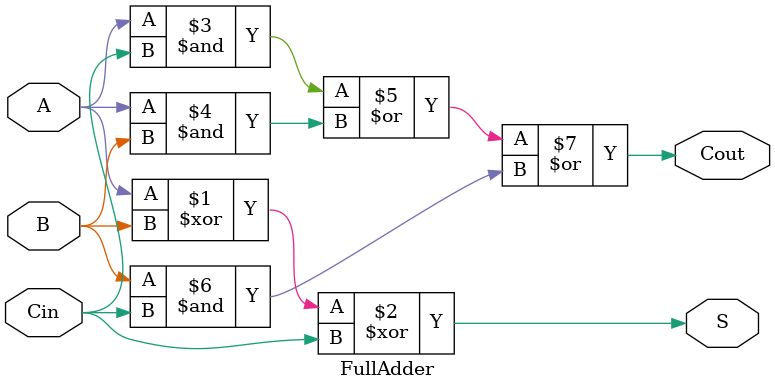
<source format=v>
module FullAdder(A,B,Cin,S,Cout);
input A,B,Cin;
output S, Cout;
assign S = (A ^ B ^ Cin);
assign Cout = (A & Cin)|(A & B)|(B & Cin);
endmodule 
</source>
